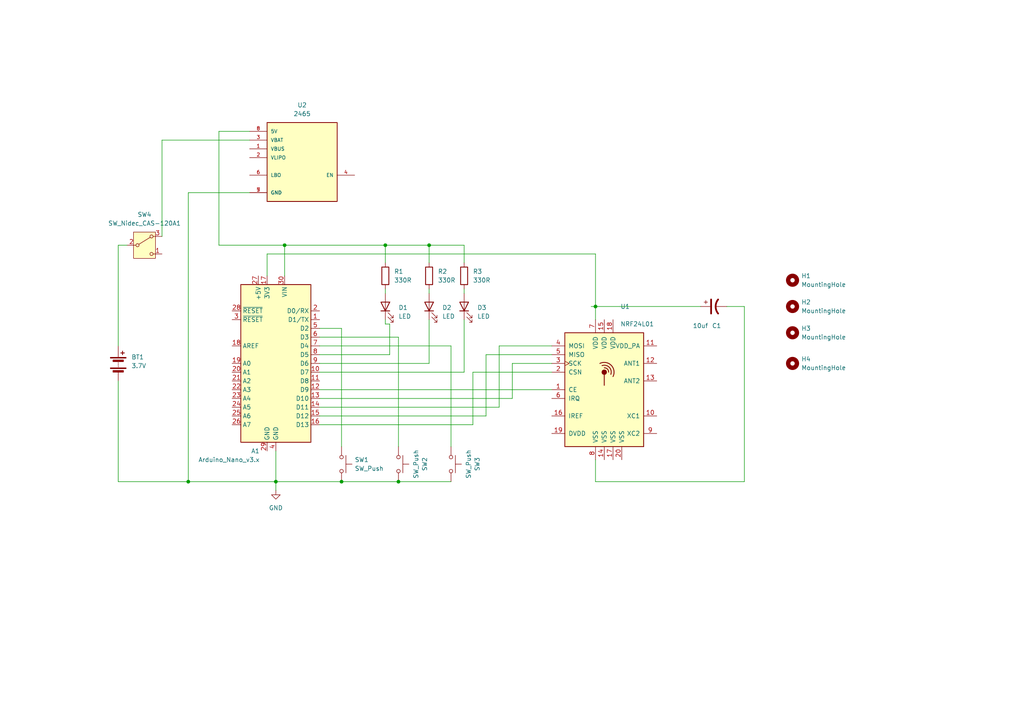
<source format=kicad_sch>
(kicad_sch (version 20250114) (generator "eeschema") (generator_version "9.0")
  (paper "A4")
  (lib_symbols
    (symbol "2465:2465" (pin_names (offset 1.016))
      (property "Reference" "U" (at -10.16 10.795 0))
      (property "Value" "2465" (at -10.16 -15.24 0))
      (symbol "2465_0_0"
        (rectangle (start -10.16 -12.7) (end 10.16 10.16) (stroke (width 0.254)) (fill (type background)))
        (pin input line (at -15.24 -5.08 0) (length 5.08) (name "EN") (number "4"))
        (pin power_in line (at 15.24 7.62 180) (length 5.08) (name "5V") (number "8"))
        (pin power_in line (at 15.24 5.08 180) (length 5.08) (name "VBAT") (number "3"))
        (pin power_in line (at 15.24 2.54 180) (length 5.08) (name "VBUS") (number "1"))
        (pin power_in line (at 15.24 0 180) (length 5.08) (name "VLIPO") (number "2"))
        (pin output line (at 15.24 -5.08 180) (length 5.08) (name "LBO") (number "6"))
        (pin power_in line (at 15.24 -10.16 180) (length 5.08) (name "GND") (number "5"))
        (pin power_in line (at 15.24 -10.16 180) (length 5.08) (name "GND") (number "7"))
      )
    )
    (symbol "Device:Battery" (pin_numbers (hide yes)) (pin_names (offset 0) (hide yes))
      (property "Reference" "BT" (at 2.54 2.54 0))
      (property "Value" "Battery" (at 2.54 0 0))
      (symbol "Battery_0_1"
        (rectangle (start -2.286 1.778) (end 2.286 1.524) (fill (type outline)))
        (rectangle (start -2.286 -1.27) (end 2.286 -1.524) (fill (type outline)))
        (rectangle (start -1.524 1.016) (end 1.524 0.508) (fill (type outline)))
        (rectangle (start -1.524 -2.032) (end 1.524 -2.54) (fill (type outline)))
        (polyline (pts (xy 0 1.778) (xy 0 2.54)))
        (polyline (pts (xy 0 0) (xy 0 0.254)))
        (polyline (pts (xy 0 -0.508) (xy 0 -0.254)))
        (polyline (pts (xy 0 -1.016) (xy 0 -0.762)))
        (polyline (pts (xy 0.762 3.048) (xy 1.778 3.048)) (stroke (width 0.254)))
        (polyline (pts (xy 1.27 3.556) (xy 1.27 2.54)) (stroke (width 0.254)))
      )
      (symbol "Battery_1_1"
        (pin passive line (at 0 5.08 270) (length 2.54) (name "+") (number "1"))
        (pin passive line (at 0 -5.08 90) (length 2.54) (name "-") (number "2"))
      )
    )
    (symbol "Device:C_Polarized_US" (pin_numbers (hide yes)) (pin_names (offset 0.254) (hide yes))
      (property "Reference" "C" (at 0.635 2.54 0))
      (property "Value" "C_Polarized_US" (at 0.635 -2.54 0))
      (symbol "C_Polarized_US_0_1"
        (polyline (pts (xy -2.032 0.762) (xy 2.032 0.762)) (stroke (width 0.508)))
        (polyline (pts (xy -1.778 2.286) (xy -0.762 2.286)))
        (polyline (pts (xy -1.27 1.778) (xy -1.27 2.794)))
        (arc (start -2.032 -1.27) (mid 0 -0.5572) (end 2.032 -1.27) (stroke (width 0.508)))
      )
      (symbol "C_Polarized_US_1_1"
        (pin passive line (at 0 3.81 270) (length 2.794) (name "~") (number "1"))
        (pin passive line (at 0 -3.81 90) (length 3.302) (name "~") (number "2"))
      )
    )
    (symbol "Device:LED" (pin_numbers (hide yes)) (pin_names (offset 1.016) (hide yes))
      (property "Reference" "D" (at 0 2.54 0))
      (property "Value" "LED" (at 0 -2.54 0))
      (symbol "LED_0_1"
        (polyline (pts (xy -3.048 -0.762) (xy -4.572 -2.286) (xy -3.81 -2.286) (xy -4.572 -2.286) (xy -4.572 -1.524)))
        (polyline (pts (xy -1.778 -0.762) (xy -3.302 -2.286) (xy -2.54 -2.286) (xy -3.302 -2.286) (xy -3.302 -1.524)))
        (polyline (pts (xy -1.27 0) (xy 1.27 0)))
        (polyline (pts (xy -1.27 -1.27) (xy -1.27 1.27)) (stroke (width 0.254)))
        (polyline (pts (xy 1.27 -1.27) (xy 1.27 1.27) (xy -1.27 0) (xy 1.27 -1.27)) (stroke (width 0.254)))
      )
      (symbol "LED_1_1"
        (pin passive line (at -3.81 0 0) (length 2.54) (name "K") (number "1"))
        (pin passive line (at 3.81 0 180) (length 2.54) (name "A") (number "2"))
      )
    )
    (symbol "Device:R" (pin_numbers (hide yes)) (pin_names (offset 0))
      (property "Reference" "R" (at 2.032 0 90))
      (property "Value" "R" (at 0 0 90))
      (symbol "R_0_1"
        (rectangle (start -1.016 -2.54) (end 1.016 2.54) (stroke (width 0.254)))
      )
      (symbol "R_1_1"
        (pin passive line (at 0 3.81 270) (length 1.27) (name "~") (number "1"))
        (pin passive line (at 0 -3.81 90) (length 1.27) (name "~") (number "2"))
      )
    )
    (symbol "MCU_Module:Arduino_Nano_v3.x"
      (property "Reference" "A" (at -10.16 23.495 0))
      (property "Value" "Arduino_Nano_v3.x" (at 5.08 -24.13 0))
      (symbol "Arduino_Nano_v3.x_0_1"
        (rectangle (start -10.16 22.86) (end 10.16 -22.86) (stroke (width 0.254)) (fill (type background)))
      )
      (symbol "Arduino_Nano_v3.x_1_1"
        (pin bidirectional line (at -12.7 15.24 0) (length 2.54) (name "D0/RX") (number "2"))
        (pin bidirectional line (at -12.7 12.7 0) (length 2.54) (name "D1/TX") (number "1"))
        (pin bidirectional line (at -12.7 10.16 0) (length 2.54) (name "D2") (number "5"))
        (pin bidirectional line (at -12.7 7.62 0) (length 2.54) (name "D3") (number "6"))
        (pin bidirectional line (at -12.7 5.08 0) (length 2.54) (name "D4") (number "7"))
        (pin bidirectional line (at -12.7 2.54 0) (length 2.54) (name "D5") (number "8"))
        (pin bidirectional line (at -12.7 0 0) (length 2.54) (name "D6") (number "9"))
        (pin bidirectional line (at -12.7 -2.54 0) (length 2.54) (name "D7") (number "10"))
        (pin bidirectional line (at -12.7 -5.08 0) (length 2.54) (name "D8") (number "11"))
        (pin bidirectional line (at -12.7 -7.62 0) (length 2.54) (name "D9") (number "12"))
        (pin bidirectional line (at -12.7 -10.16 0) (length 2.54) (name "D10") (number "13"))
        (pin bidirectional line (at -12.7 -12.7 0) (length 2.54) (name "D11") (number "14"))
        (pin bidirectional line (at -12.7 -15.24 0) (length 2.54) (name "D12") (number "15"))
        (pin bidirectional line (at -12.7 -17.78 0) (length 2.54) (name "D13") (number "16"))
        (pin power_in line (at -2.54 25.4 270) (length 2.54) (name "VIN") (number "30"))
        (pin power_in line (at 0 -25.4 90) (length 2.54) (name "GND") (number "4"))
        (pin power_out line (at 2.54 25.4 270) (length 2.54) (name "3V3") (number "17"))
        (pin power_in line (at 2.54 -25.4 90) (length 2.54) (name "GND") (number "29"))
        (pin power_out line (at 5.08 25.4 270) (length 2.54) (name "+5V") (number "27"))
        (pin input line (at 12.7 15.24 180) (length 2.54) (name "~{RESET}") (number "28"))
        (pin input line (at 12.7 12.7 180) (length 2.54) (name "~{RESET}") (number "3"))
        (pin input line (at 12.7 5.08 180) (length 2.54) (name "AREF") (number "18"))
        (pin bidirectional line (at 12.7 0 180) (length 2.54) (name "A0") (number "19"))
        (pin bidirectional line (at 12.7 -2.54 180) (length 2.54) (name "A1") (number "20"))
        (pin bidirectional line (at 12.7 -5.08 180) (length 2.54) (name "A2") (number "21"))
        (pin bidirectional line (at 12.7 -7.62 180) (length 2.54) (name "A3") (number "22"))
        (pin bidirectional line (at 12.7 -10.16 180) (length 2.54) (name "A4") (number "23"))
        (pin bidirectional line (at 12.7 -12.7 180) (length 2.54) (name "A5") (number "24"))
        (pin bidirectional line (at 12.7 -15.24 180) (length 2.54) (name "A6") (number "25"))
        (pin bidirectional line (at 12.7 -17.78 180) (length 2.54) (name "A7") (number "26"))
      )
    )
    (symbol "Mechanical:MountingHole" (pin_names (offset 1.016)) (in_bom no)
      (property "Reference" "H" (at 0 5.08 0))
      (property "Value" "MountingHole" (at 0 3.175 0))
      (symbol "MountingHole_0_1"
        (circle (center 0 0) (radius 1.27) (stroke (width 1.27)))
      )
    )
    (symbol "RF:NRF24L01" (pin_names (offset 1.016))
      (property "Reference" "U" (at -11.43 17.78 0))
      (property "Value" "NRF24L01" (at 5.08 17.78 0))
      (symbol "NRF24L01_0_1"
        (rectangle (start -11.43 16.51) (end 11.43 -16.51) (stroke (width 0.254)) (fill (type background)))
        (arc (start -1.27 7.62) (mid 2.008 7.088) (end 2.54 3.81) (stroke (width 0.254)))
        (circle (center 0 5.08) (radius 0.635) (stroke (width 0.254)) (fill (type outline)))
        (polyline (pts (xy 0 4.445) (xy 0 1.27)) (stroke (width 0.254)))
        (arc (start -0.635 6.985) (mid 1.4383 6.5183) (end 1.905 4.445) (stroke (width 0.254)))
        (arc (start 0 6.35) (mid 0.9108 5.9908) (end 1.27 5.08) (stroke (width 0.254)))
        (rectangle (start 11.43 -13.97) (end 11.43 -13.97))
      )
      (symbol "NRF24L01_1_1"
        (pin input line (at -15.24 12.7 0) (length 3.81) (name "MOSI") (number "4"))
        (pin output line (at -15.24 10.16 0) (length 3.81) (name "MISO") (number "5"))
        (pin input clock (at -15.24 7.62 0) (length 3.81) (name "SCK") (number "3"))
        (pin input line (at -15.24 5.08 0) (length 3.81) (name "CSN") (number "2"))
        (pin input line (at -15.24 0 0) (length 3.81) (name "CE") (number "1"))
        (pin output line (at -15.24 -2.54 0) (length 3.81) (name "IRQ") (number "6"))
        (pin passive line (at -15.24 -7.62 0) (length 3.81) (name "IREF") (number "16"))
        (pin power_out line (at -15.24 -12.7 0) (length 3.81) (name "DVDD") (number "19"))
        (pin power_in line (at -2.54 20.32 270) (length 3.81) (name "VDD") (number "7"))
        (pin power_in line (at -2.54 -20.32 90) (length 3.81) (name "VSS") (number "8"))
        (pin power_in line (at 0 20.32 270) (length 3.81) (name "VDD") (number "15"))
        (pin power_in line (at 0 -20.32 90) (length 3.81) (name "VSS") (number "14"))
        (pin power_in line (at 2.54 20.32 270) (length 3.81) (name "VDD") (number "18"))
        (pin power_in line (at 2.54 -20.32 90) (length 3.81) (name "VSS") (number "17"))
        (pin power_in line (at 5.08 -20.32 90) (length 3.81) (name "VSS") (number "20"))
        (pin power_out line (at 15.24 12.7 180) (length 3.81) (name "VDD_PA") (number "11"))
        (pin passive line (at 15.24 7.62 180) (length 3.81) (name "ANT1") (number "12"))
        (pin passive line (at 15.24 2.54 180) (length 3.81) (name "ANT2") (number "13"))
        (pin passive line (at 15.24 -7.62 180) (length 3.81) (name "XC1") (number "10"))
        (pin passive line (at 15.24 -12.7 180) (length 3.81) (name "XC2") (number "9"))
      )
    )
    (symbol "Switch:SW_Nidec_CAS-120A1" (pin_names (offset 1) (hide yes))
      (property "Reference" "SW" (at 0 4.318 0))
      (property "Value" "SW_Nidec_CAS-120A1" (at 0 -5.08 0))
      (symbol "SW_Nidec_CAS-120A1_0_1"
        (circle (center -2.032 0) (radius 0.4572))
        (polyline (pts (xy -1.651 0.254) (xy 1.651 2.286)))
        (circle (center 2.032 2.54) (radius 0.4572))
        (circle (center 2.032 -2.54) (radius 0.4572))
      )
      (symbol "SW_Nidec_CAS-120A1_1_1"
        (rectangle (start -3.175 3.81) (end 3.175 -3.81) (fill (type background)))
        (pin passive line (at -5.08 0 0) (length 2.54) (name "B") (number "2"))
        (pin passive line (at 5.08 2.54 180) (length 2.54) (name "A") (number "3"))
        (pin passive line (at 5.08 -2.54 180) (length 2.54) (name "C") (number "1"))
      )
    )
    (symbol "Switch:SW_Push" (pin_numbers (hide yes)) (pin_names (offset 1.016) (hide yes))
      (property "Reference" "SW" (at 1.27 2.54 0))
      (property "Value" "SW_Push" (at 0 -1.524 0))
      (symbol "SW_Push_0_1"
        (circle (center -2.032 0) (radius 0.508))
        (polyline (pts (xy 0 1.27) (xy 0 3.048)))
        (circle (center 2.032 0) (radius 0.508))
        (polyline (pts (xy 2.54 1.27) (xy -2.54 1.27)))
        (pin passive line (at -5.08 0 0) (length 2.54) (name "1") (number "1"))
        (pin passive line (at 5.08 0 180) (length 2.54) (name "2") (number "2"))
      )
    )
    (symbol "power:GND" (power) (pin_numbers (hide yes)) (pin_names (offset 0) (hide yes))
      (property "Value" "GND" (at 0 -3.81 0))
      (symbol "GND_0_1"
        (polyline (pts (xy 0 0) (xy 0 -1.27) (xy 1.27 -1.27) (xy 0 -2.54) (xy -1.27 -1.27) (xy 0 -1.27)))
      )
      (symbol "GND_1_1"
        (pin power_in line (at 0 0 270) (length 0) (name "~") (number "1"))
      )
    )
  )
  (junction (at 54.61 139.7))
  (junction (at 115.57 139.7))
  (junction (at 124.46 71.12))
  (junction (at 80.01 139.7))
  (junction (at 172.72 88.9))
  (junction (at 82.55 71.12))
  (junction (at 111.76 71.12))
  (junction (at 99.06 139.7))
  (wire (pts (xy 92.71 123.19) (xy 137.16 123.19)))
  (wire (pts (xy 92.71 118.11) (xy 144.78 118.11)))
  (wire (pts (xy 148.59 105.41) (xy 160.02 105.41)))
  (wire (pts (xy 92.71 113.03) (xy 160.02 113.03)))
  (wire (pts (xy 82.55 71.12) (xy 111.76 71.12)))
  (wire (pts (xy 124.46 105.41) (xy 92.71 105.41)))
  (wire (pts (xy 172.72 88.9) (xy 203.2 88.9)))
  (wire (pts (xy 134.62 83.82) (xy 134.62 85.09)))
  (wire (pts (xy 77.47 80.01) (xy 77.47 73.66)))
  (wire (pts (xy 111.76 93.98) (xy 113.03 93.98)))
  (wire (pts (xy 171.45 88.9) (xy 172.72 88.9)))
  (wire (pts (xy 34.29 71.12) (xy 36.83 71.12)))
  (wire (pts (xy 92.71 100.33) (xy 130.81 100.33)))
  (wire (pts (xy 54.61 139.7) (xy 80.01 139.7)))
  (wire (pts (xy 115.57 139.7) (xy 130.81 139.7)))
  (wire (pts (xy 113.03 93.98) (xy 113.03 102.87)))
  (wire (pts (xy 124.46 83.82) (xy 124.46 85.09)))
  (wire (pts (xy 137.16 123.19) (xy 137.16 107.95)))
  (wire (pts (xy 215.9 88.9) (xy 215.9 139.7)))
  (wire (pts (xy 124.46 71.12) (xy 134.62 71.12)))
  (wire (pts (xy 140.97 120.65) (xy 140.97 102.87)))
  (wire (pts (xy 124.46 92.71) (xy 124.46 105.41)))
  (wire (pts (xy 34.29 110.49) (xy 34.29 139.7)))
  (wire (pts (xy 54.61 55.88) (xy 54.61 139.7)))
  (wire (pts (xy 134.62 71.12) (xy 134.62 76.2)))
  (wire (pts (xy 137.16 107.95) (xy 160.02 107.95)))
  (wire (pts (xy 172.72 133.35) (xy 172.72 139.7)))
  (wire (pts (xy 99.06 95.25) (xy 99.06 129.54)))
  (wire (pts (xy 99.06 139.7) (xy 115.57 139.7)))
  (wire (pts (xy 172.72 88.9) (xy 172.72 92.71)))
  (wire (pts (xy 82.55 71.12) (xy 82.55 80.01)))
  (wire (pts (xy 92.71 95.25) (xy 99.06 95.25)))
  (wire (pts (xy 92.71 115.57) (xy 148.59 115.57)))
  (wire (pts (xy 134.62 107.95) (xy 92.71 107.95)))
  (wire (pts (xy 113.03 102.87) (xy 92.71 102.87)))
  (wire (pts (xy 72.39 55.88) (xy 54.61 55.88)))
  (wire (pts (xy 34.29 100.33) (xy 34.29 71.12)))
  (wire (pts (xy 63.5 38.1) (xy 63.5 71.12)))
  (wire (pts (xy 92.71 120.65) (xy 140.97 120.65)))
  (wire (pts (xy 111.76 83.82) (xy 111.76 85.09)))
  (wire (pts (xy 215.9 139.7) (xy 172.72 139.7)))
  (wire (pts (xy 148.59 105.41) (xy 148.59 115.57)))
  (wire (pts (xy 210.82 88.9) (xy 215.9 88.9)))
  (wire (pts (xy 134.62 92.71) (xy 134.62 107.95)))
  (wire (pts (xy 124.46 71.12) (xy 124.46 76.2)))
  (wire (pts (xy 111.76 92.71) (xy 111.76 93.98)))
  (wire (pts (xy 140.97 102.87) (xy 160.02 102.87)))
  (wire (pts (xy 144.78 118.11) (xy 144.78 100.33)))
  (wire (pts (xy 111.76 71.12) (xy 124.46 71.12)))
  (wire (pts (xy 92.71 97.79) (xy 115.57 97.79)))
  (wire (pts (xy 115.57 97.79) (xy 115.57 129.54)))
  (wire (pts (xy 111.76 71.12) (xy 111.76 76.2)))
  (wire (pts (xy 144.78 100.33) (xy 160.02 100.33)))
  (wire (pts (xy 80.01 130.81) (xy 80.01 139.7)))
  (wire (pts (xy 80.01 139.7) (xy 99.06 139.7)))
  (wire (pts (xy 63.5 71.12) (xy 82.55 71.12)))
  (wire (pts (xy 34.29 139.7) (xy 54.61 139.7)))
  (wire (pts (xy 46.99 40.64) (xy 46.99 68.58)))
  (wire (pts (xy 130.81 100.33) (xy 130.81 129.54)))
  (wire (pts (xy 77.47 73.66) (xy 172.72 73.66)))
  (wire (pts (xy 80.01 139.7) (xy 80.01 142.24)))
  (wire (pts (xy 72.39 38.1) (xy 63.5 38.1)))
  (wire (pts (xy 46.99 40.64) (xy 72.39 40.64)))
  (wire (pts (xy 172.72 73.66) (xy 172.72 88.9)))
  (symbol (lib_id "Switch:SW_Push") (at 115.57 134.62 270) (unit 1)
    (property "Reference" "SW2" (at 123.19 134.62 0))
    (property "Value" "SW_Push" (at 120.65 134.62 0))
    (property "Footprint" "Button_Switch_THT:SW_PUSH_6mm_H5mm" (effects (hide yes)))
    (property "Description" "Push button switch, generic, two pins" (effects (hide yes)))
  )
  (symbol (lib_id "Mechanical:MountingHole") (at 229.87 88.9 0) (unit 1) (in_bom no)
    (property "Reference" "H2" (at 232.41 87.6299 0) (effects (justify left)))
    (property "Value" "MountingHole" (at 232.41 90.1699 0) (effects (justify left)))
    (property "Footprint" "MountingHole:MountingHole_2.1mm" (effects (hide yes)))
    (property "Description" "Mounting Hole without connection" (effects (hide yes)))
  )
  (symbol (lib_id "Device:R") (at 134.62 80.01 0) (unit 1)
    (property "Reference" "R3" (at 137.16 78.7399 0) (effects (justify left)))
    (property "Value" "330R" (at 137.16 81.2799 0) (effects (justify left)))
    (property "Footprint" "Resistor_THT:R_Axial_DIN0204_L3.6mm_D1.6mm_P5.08mm_Horizontal" (effects (hide yes)))
    (property "Description" "Resistor" (effects (hide yes)))
  )
  (symbol (lib_id "Mechanical:MountingHole") (at 229.87 105.41 0) (unit 1) (in_bom no)
    (property "Reference" "H4" (at 232.41 104.1399 0) (effects (justify left)))
    (property "Value" "MountingHole" (at 232.41 106.6799 0) (effects (justify left)))
    (property "Footprint" "MountingHole:MountingHole_2.1mm" (effects (hide yes)))
    (property "Description" "Mounting Hole without connection" (effects (hide yes)))
  )
  (symbol (lib_id "Mechanical:MountingHole") (at 229.87 81.28 0) (unit 1) (in_bom no)
    (property "Reference" "H1" (at 232.41 80.0099 0) (effects (justify left)))
    (property "Value" "MountingHole" (at 232.41 82.5499 0) (effects (justify left)))
    (property "Footprint" "MountingHole:MountingHole_2.1mm" (effects (hide yes)))
    (property "Description" "Mounting Hole without connection" (effects (hide yes)))
  )
  (symbol (lib_id "power:GND") (at 80.01 142.24 0) (unit 1)
    (property "Reference" "#PWR01" (effects (hide yes)))
    (property "Value" "GND" (at 80.01 147.32 0))
    (property "Description" "Power symbol creates a global label with name \"GND\" , ground" (effects (hide yes)))
  )
  (symbol (lib_id "Switch:SW_Push") (at 130.81 134.62 270) (unit 1)
    (property "Reference" "SW3" (at 138.43 134.62 0))
    (property "Value" "SW_Push" (at 135.89 134.62 0))
    (property "Footprint" "Button_Switch_THT:SW_PUSH_6mm_H5mm" (effects (hide yes)))
    (property "Description" "Push button switch, generic, two pins" (effects (hide yes)))
  )
  (symbol (lib_id "Device:C_Polarized_US") (at 207.01 88.9 90) (mirror x) (unit 1)
    (property "Reference" "C1" (at 206.502 94.488 90) (effects (justify right)))
    (property "Value" "10uf" (at 200.914 94.488 90) (effects (justify right)))
    (property "Footprint" "Capacitor_THT:CP_Axial_L10.0mm_D4.5mm_P15.00mm_Horizontal" (effects (hide yes)))
    (property "Description" "Polarized capacitor, US symbol" (effects (hide yes)))
  )
  (symbol (lib_id "Switch:SW_Nidec_CAS-120A1") (at 41.91 71.12 0) (unit 1)
    (property "Reference" "SW4" (at 41.91 62.23 0))
    (property "Value" "SW_Nidec_CAS-120A1" (at 41.91 64.77 0))
    (property "Footprint" "Button_Switch_SMD:Nidec_Copal_CAS-120A" (effects (hide yes)))
    (property "Datasheet" "https://www.nidec-components.com/e/catalog/switch/cas.pdf" (effects (hide yes)))
    (property "Description" "Switch, single pole double throw" (effects (hide yes)))
  )
  (symbol (lib_id "Mechanical:MountingHole") (at 229.87 96.52 0) (unit 1) (in_bom no)
    (property "Reference" "H3" (at 232.41 95.2499 0) (effects (justify left)))
    (property "Value" "MountingHole" (at 232.41 97.7899 0) (effects (justify left)))
    (property "Footprint" "MountingHole:MountingHole_2.1mm" (effects (hide yes)))
    (property "Description" "Mounting Hole without connection" (effects (hide yes)))
  )
  (symbol (lib_id "Switch:SW_Push") (at 99.06 134.62 270) (unit 1)
    (property "Reference" "SW1" (at 102.87 133.3499 90) (effects (justify left)))
    (property "Value" "SW_Push" (at 102.87 135.8899 90) (effects (justify left)))
    (property "Footprint" "Button_Switch_THT:SW_PUSH_6mm_H5mm" (effects (hide yes)))
    (property "Description" "Push button switch, generic, two pins" (effects (hide yes)))
  )
  (symbol (lib_id "Device:LED") (at 134.62 88.9 90) (unit 1)
    (property "Reference" "D3" (at 138.43 89.2174 90) (effects (justify right)))
    (property "Value" "LED" (at 138.43 91.7574 90) (effects (justify right)))
    (property "Footprint" "LED_THT:LED_D3.0mm" (effects (hide yes)))
    (property "Description" "Light emitting diode" (effects (hide yes)))
    (property "Sim.Pins" "1=K 2=A" (effects (hide yes)))
  )
  (symbol (lib_id "2465:2465") (at 87.63 45.72 0) (mirror y) (unit 1)
    (property "Reference" "U2" (at 87.63 30.48 0))
    (property "Value" "2465" (at 87.63 33.02 0))
    (property "Footprint" "2465:MODULE_2465" (effects (hide yes)))
    (property "MF" "Adafruit Industries" (effects (hide yes)))
    (property "MAXIMUM_PACKAGE_HEIGHT" "10.16 mm" (effects (hide yes)))
    (property "Package" "NON-STANDARD-29 ADAFRUIT" (effects (hide yes)))
    (property "Price" "None" (effects (hide yes)))
    (property "Check_prices" "https://www.snapeda.com/parts/2465/Adafruit+Industries/view-part/?ref=eda" (effects (hide yes)))
    (property "STANDARD" "Manufacturer Recommendations" (effects (hide yes)))
    (property "PARTREV" "B" (effects (hide yes)))
    (property "SnapEDA_Link" "https://www.snapeda.com/parts/2465/Adafruit+Industries/view-part/?ref=snap" (effects (hide yes)))
    (property "MP" "2465" (effects (hide yes)))
    (property "Description_1" "PowerBoost 1000 Charger - Rechargeable 5V Lipo USB Boost at 1A - 1000C" (effects (hide yes)))
    (property "Availability" "In Stock" (effects (hide yes)))
    (property "MANUFACTURER" "Adafruit" (effects (hide yes)))
  )
  (symbol (lib_id "Device:LED") (at 124.46 88.9 90) (unit 1)
    (property "Reference" "D2" (at 128.27 89.2174 90) (effects (justify right)))
    (property "Value" "LED" (at 128.27 91.7574 90) (effects (justify right)))
    (property "Footprint" "LED_THT:LED_D3.0mm" (effects (hide yes)))
    (property "Description" "Light emitting diode" (effects (hide yes)))
    (property "Sim.Pins" "1=K 2=A" (effects (hide yes)))
  )
  (symbol (lib_id "Device:R") (at 111.76 80.01 0) (unit 1)
    (property "Reference" "R1" (at 114.3 78.7399 0) (effects (justify left)))
    (property "Value" "330R" (at 114.3 81.2799 0) (effects (justify left)))
    (property "Footprint" "Resistor_THT:R_Axial_DIN0204_L3.6mm_D1.6mm_P5.08mm_Horizontal" (effects (hide yes)))
    (property "Description" "Resistor" (effects (hide yes)))
  )
  (symbol (lib_id "Device:Battery") (at 34.29 105.41 0) (unit 1)
    (property "Reference" "BT1" (at 38.1 103.5684 0) (effects (justify left)))
    (property "Value" "3.7V" (at 38.1 106.1084 0) (effects (justify left)))
    (property "Footprint" "Battery:BatteryHolder_Keystone_1042_1x18650" (effects (hide yes)))
    (property "Description" "Multiple-cell battery" (effects (hide yes)))
  )
  (symbol (lib_id "MCU_Module:Arduino_Nano_v3.x") (at 80.01 105.41 0) (mirror y) (unit 1)
    (property "Reference" "A1" (at 75.3267 130.81 0) (effects (justify left)))
    (property "Value" "Arduino_Nano_v3.x" (at 75.3267 133.35 0) (effects (justify left)))
    (property "Footprint" "Module:Arduino_Nano" (effects (hide yes)))
    (property "Datasheet" "http://www.mouser.com/pdfdocs/Gravitech_Arduino_Nano3_0.pdf" (effects (hide yes)))
    (property "Description" "Arduino Nano v3.x" (effects (hide yes)))
  )
  (symbol (lib_id "RF:NRF24L01") (at 175.26 113.03 0) (unit 1)
    (property "Reference" "U1" (at 179.9433 88.9 0) (effects (justify left)))
    (property "Value" "NRF24L01" (at 179.9433 93.98 0) (effects (justify left)))
    (property "Footprint" "Package_DFN_QFN:QFN-20-1EP_4x4mm_P0.5mm_EP2.5x2.5mm" (effects (hide yes)))
    (property "Datasheet" "http://www.nordicsemi.com/eng/content/download/2730/34105/file/nRF24L01_Product_Specification_v2_0.pdf" (effects (hide yes)))
    (property "Description" "Ultra low power 2.4GHz RF Transceiver, QFN-20" (effects (hide yes)))
  )
  (symbol (lib_id "Device:R") (at 124.46 80.01 0) (unit 1)
    (property "Reference" "R2" (at 127 78.7399 0) (effects (justify left)))
    (property "Value" "330R" (at 127 81.2799 0) (effects (justify left)))
    (property "Footprint" "Resistor_THT:R_Axial_DIN0204_L3.6mm_D1.6mm_P5.08mm_Horizontal" (effects (hide yes)))
    (property "Description" "Resistor" (effects (hide yes)))
  )
  (symbol (lib_id "Device:LED") (at 111.76 88.9 90) (unit 1)
    (property "Reference" "D1" (at 115.57 89.2174 90) (effects (justify right)))
    (property "Value" "LED" (at 115.57 91.7574 90) (effects (justify right)))
    (property "Footprint" "LED_THT:LED_D3.0mm" (effects (hide yes)))
    (property "Description" "Light emitting diode" (effects (hide yes)))
    (property "Sim.Pins" "1=K 2=A" (effects (hide yes)))
  )
)
</source>
